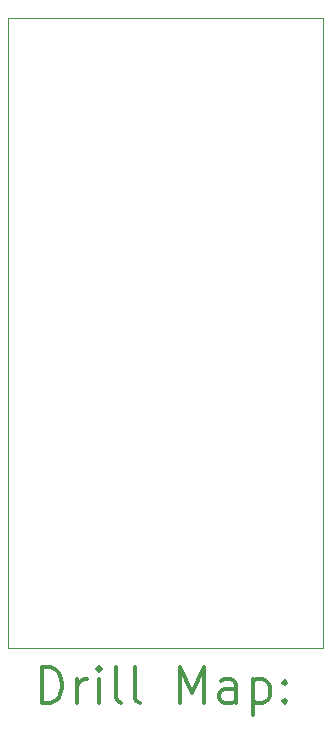
<source format=gbr>
%FSLAX45Y45*%
G04 Gerber Fmt 4.5, Leading zero omitted, Abs format (unit mm)*
G04 Created by KiCad (PCBNEW (5.1.6)-1) date 2020-07-07 10:11:27*
%MOMM*%
%LPD*%
G01*
G04 APERTURE LIST*
%TA.AperFunction,Profile*%
%ADD10C,0.050000*%
%TD*%
%ADD11C,0.200000*%
%ADD12C,0.300000*%
G04 APERTURE END LIST*
D10*
X5842000Y-8509000D02*
X3175000Y-8509000D01*
X5842000Y-3175000D02*
X5842000Y-8509000D01*
X3175000Y-3175000D02*
X5842000Y-3175000D01*
X3175000Y-8509000D02*
X3175000Y-3175000D01*
D11*
D12*
X3458928Y-8977214D02*
X3458928Y-8677214D01*
X3530357Y-8677214D01*
X3573214Y-8691500D01*
X3601786Y-8720072D01*
X3616071Y-8748643D01*
X3630357Y-8805786D01*
X3630357Y-8848643D01*
X3616071Y-8905786D01*
X3601786Y-8934357D01*
X3573214Y-8962929D01*
X3530357Y-8977214D01*
X3458928Y-8977214D01*
X3758928Y-8977214D02*
X3758928Y-8777214D01*
X3758928Y-8834357D02*
X3773214Y-8805786D01*
X3787500Y-8791500D01*
X3816071Y-8777214D01*
X3844643Y-8777214D01*
X3944643Y-8977214D02*
X3944643Y-8777214D01*
X3944643Y-8677214D02*
X3930357Y-8691500D01*
X3944643Y-8705786D01*
X3958928Y-8691500D01*
X3944643Y-8677214D01*
X3944643Y-8705786D01*
X4130357Y-8977214D02*
X4101786Y-8962929D01*
X4087500Y-8934357D01*
X4087500Y-8677214D01*
X4287500Y-8977214D02*
X4258928Y-8962929D01*
X4244643Y-8934357D01*
X4244643Y-8677214D01*
X4630357Y-8977214D02*
X4630357Y-8677214D01*
X4730357Y-8891500D01*
X4830357Y-8677214D01*
X4830357Y-8977214D01*
X5101786Y-8977214D02*
X5101786Y-8820072D01*
X5087500Y-8791500D01*
X5058928Y-8777214D01*
X5001786Y-8777214D01*
X4973214Y-8791500D01*
X5101786Y-8962929D02*
X5073214Y-8977214D01*
X5001786Y-8977214D01*
X4973214Y-8962929D01*
X4958928Y-8934357D01*
X4958928Y-8905786D01*
X4973214Y-8877214D01*
X5001786Y-8862929D01*
X5073214Y-8862929D01*
X5101786Y-8848643D01*
X5244643Y-8777214D02*
X5244643Y-9077214D01*
X5244643Y-8791500D02*
X5273214Y-8777214D01*
X5330357Y-8777214D01*
X5358928Y-8791500D01*
X5373214Y-8805786D01*
X5387500Y-8834357D01*
X5387500Y-8920072D01*
X5373214Y-8948643D01*
X5358928Y-8962929D01*
X5330357Y-8977214D01*
X5273214Y-8977214D01*
X5244643Y-8962929D01*
X5516071Y-8948643D02*
X5530357Y-8962929D01*
X5516071Y-8977214D01*
X5501786Y-8962929D01*
X5516071Y-8948643D01*
X5516071Y-8977214D01*
X5516071Y-8791500D02*
X5530357Y-8805786D01*
X5516071Y-8820072D01*
X5501786Y-8805786D01*
X5516071Y-8791500D01*
X5516071Y-8820072D01*
M02*

</source>
